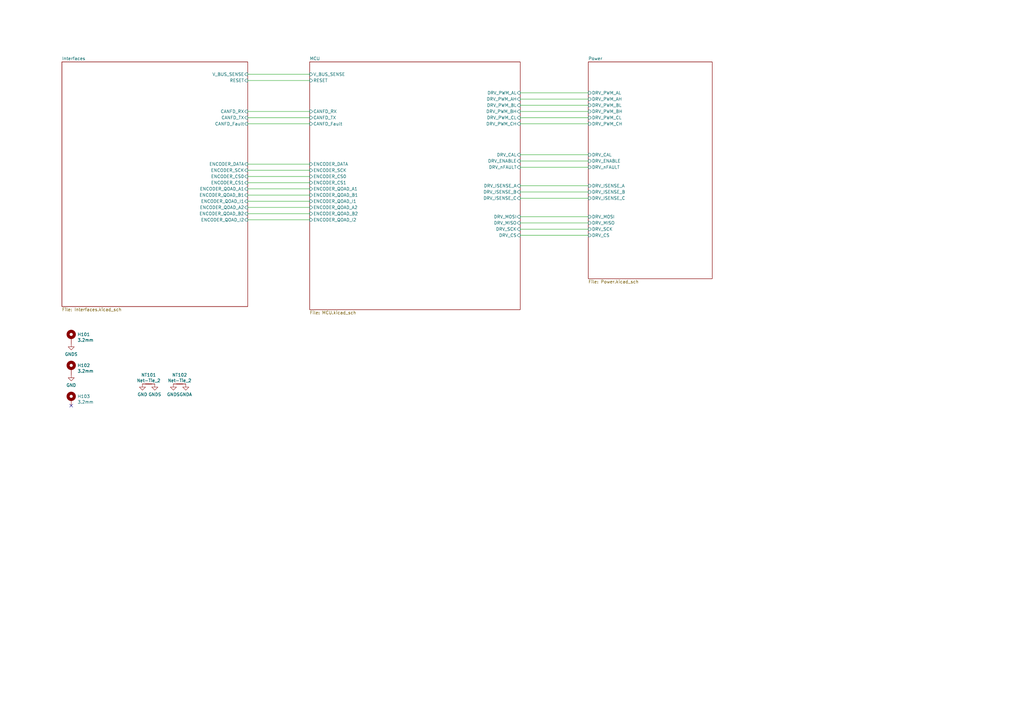
<source format=kicad_sch>
(kicad_sch (version 20210406) (generator eeschema)
  (paper "A3")
  (title_block (title "Controller") (rev "1") (company "OpenTurn Cycloidal Actuator -16:1"))
  (lib_symbols
    (symbol "Device:Net-Tie_2" (pin_numbers hide) (pin_names (offset 0) hide)
      (property "Reference" "NT" (at 0 1.27 0))
      (property "Value" "Net-Tie_2" (at 0 -1.27 0))
      (symbol "Net-Tie_2_0_1"
        (polyline (pts (xy -1.27 0) (xy 1.27 0)) (stroke (width 0.254)))
      )
      (symbol "Net-Tie_2_1_1"
        (pin passive line (at -2.54 0 0) (length 2.54) (name "1") (number "1"))
        (pin passive line (at 2.54 0 180) (length 2.54) (name "2") (number "2"))
      )
    )
    (symbol "Mechanical:MountingHole_Pad" (pin_numbers hide) (pin_names (offset 1.016) hide)
      (property "Reference" "H" (at 0 6.35 0))
      (property "Value" "MountingHole_Pad" (at 0 4.445 0))
      (symbol "MountingHole_Pad_0_1"
        (circle (center 0 1.27) (radius 1.27) (stroke (width 1.27)))
      )
      (symbol "MountingHole_Pad_1_1"
        (pin input line (at 0 -2.54 90) (length 2.54) (name "1") (number "1"))
      )
    )
    (symbol "power:GND" (power) (pin_names (offset 0))
      (property "Value" "GND" (at 0 -3.81 0))
      (symbol "GND_0_1"
        (polyline (pts (xy 0 0) (xy 0 -1.27) (xy 1.27 -1.27) (xy 0 -2.54) (xy -1.27 -1.27) (xy 0 -1.27)))
      )
      (symbol "GND_1_1"
        (pin power_in line (at 0 0 270) (length 0) hide (name "GND") (number "1"))
      )
    )
    (symbol "power:GNDA" (power) (pin_names (offset 0))
      (property "Value" "GNDA" (at 0 -3.81 0))
      (symbol "GNDA_0_1"
        (polyline (pts (xy 0 0) (xy 0 -1.27) (xy 1.27 -1.27) (xy 0 -2.54) (xy -1.27 -1.27) (xy 0 -1.27)))
      )
      (symbol "GNDA_1_1"
        (pin power_in line (at 0 0 270) (length 0) hide (name "GNDA") (number "1"))
      )
    )
    (symbol "power:GNDS" (power) (pin_names (offset 0))
      (property "Value" "GNDS" (at 0 -3.81 0))
      (symbol "GNDS_0_1"
        (polyline (pts (xy 0 0) (xy 0 -1.27) (xy 1.27 -1.27) (xy 0 -2.54) (xy -1.27 -1.27) (xy 0 -1.27)))
      )
      (symbol "GNDS_1_1"
        (pin power_in line (at 0 0 270) (length 0) hide (name "GNDS") (number "1"))
      )
    )
  )
  (no_connect (at 29.21 166.37))
  (wire (pts (xy 101.6 30.48) (xy 127 30.48)))
  (wire (pts (xy 101.6 33.02) (xy 127 33.02)))
  (wire (pts (xy 101.6 48.26) (xy 127 48.26)))
  (wire (pts (xy 127 45.72) (xy 101.6 45.72)))
  (wire (pts (xy 127 50.8) (xy 101.6 50.8)))
  (wire (pts (xy 127 67.31) (xy 101.6 67.31)))
  (wire (pts (xy 127 69.85) (xy 101.6 69.85)))
  (wire (pts (xy 127 72.39) (xy 101.6 72.39)))
  (wire (pts (xy 127 74.93) (xy 101.6 74.93)))
  (wire (pts (xy 127 77.47) (xy 101.6 77.47)))
  (wire (pts (xy 127 80.01) (xy 101.6 80.01)))
  (wire (pts (xy 127 82.55) (xy 101.6 82.55)))
  (wire (pts (xy 127 85.09) (xy 101.6 85.09)))
  (wire (pts (xy 127 87.63) (xy 101.6 87.63)))
  (wire (pts (xy 127 90.17) (xy 101.6 90.17)))
  (wire (pts (xy 213.36 38.1) (xy 241.3 38.1)))
  (wire (pts (xy 213.36 40.64) (xy 241.3 40.64)))
  (wire (pts (xy 213.36 43.18) (xy 241.3 43.18)))
  (wire (pts (xy 213.36 45.72) (xy 241.3 45.72)))
  (wire (pts (xy 213.36 48.26) (xy 241.3 48.26)))
  (wire (pts (xy 213.36 50.8) (xy 241.3 50.8)))
  (wire (pts (xy 213.36 63.5) (xy 241.3 63.5)))
  (wire (pts (xy 213.36 66.04) (xy 241.3 66.04)))
  (wire (pts (xy 213.36 68.58) (xy 241.3 68.58)))
  (wire (pts (xy 213.36 76.2) (xy 241.3 76.2)))
  (wire (pts (xy 213.36 78.74) (xy 241.3 78.74)))
  (wire (pts (xy 213.36 81.28) (xy 241.3 81.28)))
  (wire (pts (xy 213.36 88.9) (xy 241.3 88.9)))
  (wire (pts (xy 213.36 91.44) (xy 241.3 91.44)))
  (wire (pts (xy 213.36 93.98) (xy 241.3 93.98)))
  (wire (pts (xy 213.36 96.52) (xy 241.3 96.52)))
  (symbol (lib_id "Device:Net-Tie_2") (at 60.96 157.48 0) (unit 1)
    (property "Reference" "NT101" (at 60.96 153.7928 0))
    (property "Value" "Net-Tie_2" (at 60.96 156.0915 0))
    (property "Footprint" "NetTie:NetTie-2_SMD_Pad0.5mm" (effects hide))
  )
  (symbol (lib_id "Device:Net-Tie_2") (at 73.66 157.48 0) (unit 1)
    (property "Reference" "NT102" (at 73.66 153.7928 0))
    (property "Value" "Net-Tie_2" (at 73.66 156.0915 0))
    (property "Footprint" "NetTie:NetTie-2_SMD_Pad0.5mm" (effects hide))
  )
  (symbol (lib_id "power:GNDS") (at 29.21 140.97 0) (unit 1)
    (property "Reference" "#PWR0137" (effects hide))
    (property "Value" "GNDS" (at 29.21 145.2944 0))
  )
  (symbol (lib_id "power:GND") (at 29.21 153.67 0) (unit 1)
    (property "Reference" "#PWR0136" (effects hide))
    (property "Value" "GND" (at 29.21 157.9944 0))
  )
  (symbol (lib_id "power:GND") (at 58.42 157.48 0) (unit 1)
    (property "Reference" "#PWR0104" (effects hide))
    (property "Value" "GND" (at 58.42 161.8044 0))
  )
  (symbol (lib_id "power:GNDS") (at 63.5 157.48 0) (unit 1)
    (property "Reference" "#PWR0103" (effects hide))
    (property "Value" "GNDS" (at 63.5 161.8044 0))
  )
  (symbol (lib_id "power:GNDS") (at 71.12 157.48 0) (unit 1)
    (property "Reference" "#PWR0135" (effects hide))
    (property "Value" "GNDS" (at 71.12 161.8044 0))
  )
  (symbol (lib_id "power:GNDA") (at 76.2 157.48 0) (unit 1)
    (property "Reference" "#PWR0102" (effects hide))
    (property "Value" "GNDA" (at 76.2 161.8044 0))
  )
  (symbol (lib_id "Mechanical:MountingHole_Pad") (at 29.21 138.43 0) (unit 1)
    (property "Reference" "H101" (at 31.75 137.1854 0) (effects (justify left)))
    (property "Value" "3.2mm" (at 31.75 139.4968 0) (effects (justify left)))
    (property "Footprint" "MountingHole:MountingHole_3.2mm_M3_DIN965_Pad" (effects hide))
  )
  (symbol (lib_id "Mechanical:MountingHole_Pad") (at 29.21 151.13 0) (unit 1)
    (property "Reference" "H102" (at 31.75 149.8854 0) (effects (justify left)))
    (property "Value" "3.2mm" (at 31.75 152.1968 0) (effects (justify left)))
    (property "Footprint" "MountingHole:MountingHole_3.2mm_M3_DIN965_Pad" (effects hide))
  )
  (symbol (lib_id "Mechanical:MountingHole_Pad") (at 29.21 163.83 0) (unit 1)
    (property "Reference" "H103" (at 31.75 162.5854 0) (effects (justify left)))
    (property "Value" "3.2mm" (at 31.75 164.8968 0) (effects (justify left)))
    (property "Footprint" "MountingHole:MountingHole_3.2mm_M3_DIN965_Pad" (effects hide))
  )
  (sheet (at 25.4 25.4) (size 76.2 100.33)
    (property "Sheet name" "Interfaces" (at 25.4 24.7645 0) (effects (justify left bottom)))
    (property "Sheet file" "Interfaces.kicad_sch" (at 25.4 126.2385 0) (effects (justify left top)))
    (pin "CANFD_RX" input (at 101.6 45.72 0))
    (pin "CANFD_TX" input (at 101.6 48.26 0))
    (pin "CANFD_Fault" input (at 101.6 50.8 0))
    (pin "ENCODER_SCK" input (at 101.6 69.85 0))
    (pin "ENCODER_CS0" input (at 101.6 72.39 0))
    (pin "ENCODER_CS1" input (at 101.6 74.93 0))
    (pin "ENCODER_QOAD_A1" input (at 101.6 77.47 0))
    (pin "ENCODER_QOAD_B1" input (at 101.6 80.01 0))
    (pin "ENCODER_QOAD_I1" input (at 101.6 82.55 0))
    (pin "ENCODER_QOAD_A2" input (at 101.6 85.09 0))
    (pin "ENCODER_QOAD_B2" input (at 101.6 87.63 0))
    (pin "ENCODER_QOAD_I2" input (at 101.6 90.17 0))
    (pin "ENCODER_DATA" input (at 101.6 67.31 0))
    (pin "V_BUS_SENSE" input (at 101.6 30.48 0))
    (pin "RESET" input (at 101.6 33.02 0))
  )
  (sheet (at 127 25.4) (size 86.36 101.6)
    (property "Sheet name" "MCU" (at 127 24.7645 0) (effects (justify left bottom)))
    (property "Sheet file" "MCU.kicad_sch" (at 127 127.5085 0) (effects (justify left top)))
    (pin "V_BUS_SENSE" input (at 127 30.48 180))
    (pin "CANFD_RX" input (at 127 45.72 180))
    (pin "CANFD_TX" input (at 127 48.26 180))
    (pin "CANFD_Fault" input (at 127 50.8 180))
    (pin "ENCODER_DATA" input (at 127 67.31 180))
    (pin "ENCODER_SCK" input (at 127 69.85 180))
    (pin "ENCODER_CS0" input (at 127 72.39 180))
    (pin "ENCODER_CS1" input (at 127 74.93 180))
    (pin "ENCODER_QOAD_A1" input (at 127 77.47 180))
    (pin "ENCODER_QOAD_B1" input (at 127 80.01 180))
    (pin "ENCODER_QOAD_I1" input (at 127 82.55 180))
    (pin "ENCODER_QOAD_A2" input (at 127 85.09 180))
    (pin "ENCODER_QOAD_B2" input (at 127 87.63 180))
    (pin "ENCODER_QOAD_I2" input (at 127 90.17 180))
    (pin "DRV_PWM_AL" input (at 213.36 38.1 0))
    (pin "DRV_PWM_AH" input (at 213.36 40.64 0))
    (pin "DRV_PWM_BL" input (at 213.36 43.18 0))
    (pin "DRV_PWM_BH" input (at 213.36 45.72 0))
    (pin "DRV_PWM_CL" input (at 213.36 48.26 0))
    (pin "DRV_PWM_CH" input (at 213.36 50.8 0))
    (pin "DRV_CAL" input (at 213.36 63.5 0))
    (pin "DRV_ENABLE" input (at 213.36 66.04 0))
    (pin "DRV_nFAULT" input (at 213.36 68.58 0))
    (pin "DRV_ISENSE_A" input (at 213.36 76.2 0))
    (pin "DRV_ISENSE_B" input (at 213.36 78.74 0))
    (pin "DRV_ISENSE_C" input (at 213.36 81.28 0))
    (pin "DRV_MOSI" input (at 213.36 88.9 0))
    (pin "DRV_MISO" input (at 213.36 91.44 0))
    (pin "DRV_SCK" input (at 213.36 93.98 0))
    (pin "DRV_CS" input (at 213.36 96.52 0))
    (pin "RESET" input (at 127 33.02 180))
  )
  (sheet (at 241.3 25.4) (size 50.8 88.9)
    (property "Sheet name" "Power" (at 241.3 24.7645 0) (effects (justify left bottom)))
    (property "Sheet file" "Power.kicad_sch" (at 241.3 114.8085 0) (effects (justify left top)))
    (pin "DRV_PWM_AL" input (at 241.3 38.1 180))
    (pin "DRV_PWM_AH" input (at 241.3 40.64 180))
    (pin "DRV_PWM_BL" input (at 241.3 43.18 180))
    (pin "DRV_PWM_BH" input (at 241.3 45.72 180))
    (pin "DRV_PWM_CL" input (at 241.3 48.26 180))
    (pin "DRV_PWM_CH" input (at 241.3 50.8 180))
    (pin "DRV_nFAULT" input (at 241.3 68.58 180))
    (pin "DRV_ISENSE_A" input (at 241.3 76.2 180))
    (pin "DRV_ISENSE_B" input (at 241.3 78.74 180))
    (pin "DRV_ISENSE_C" input (at 241.3 81.28 180))
    (pin "DRV_MOSI" input (at 241.3 88.9 180))
    (pin "DRV_MISO" input (at 241.3 91.44 180))
    (pin "DRV_SCK" input (at 241.3 93.98 180))
    (pin "DRV_CS" input (at 241.3 96.52 180))
    (pin "DRV_CAL" input (at 241.3 63.5 180))
    (pin "DRV_ENABLE" input (at 241.3 66.04 180))
  )
)
</source>
